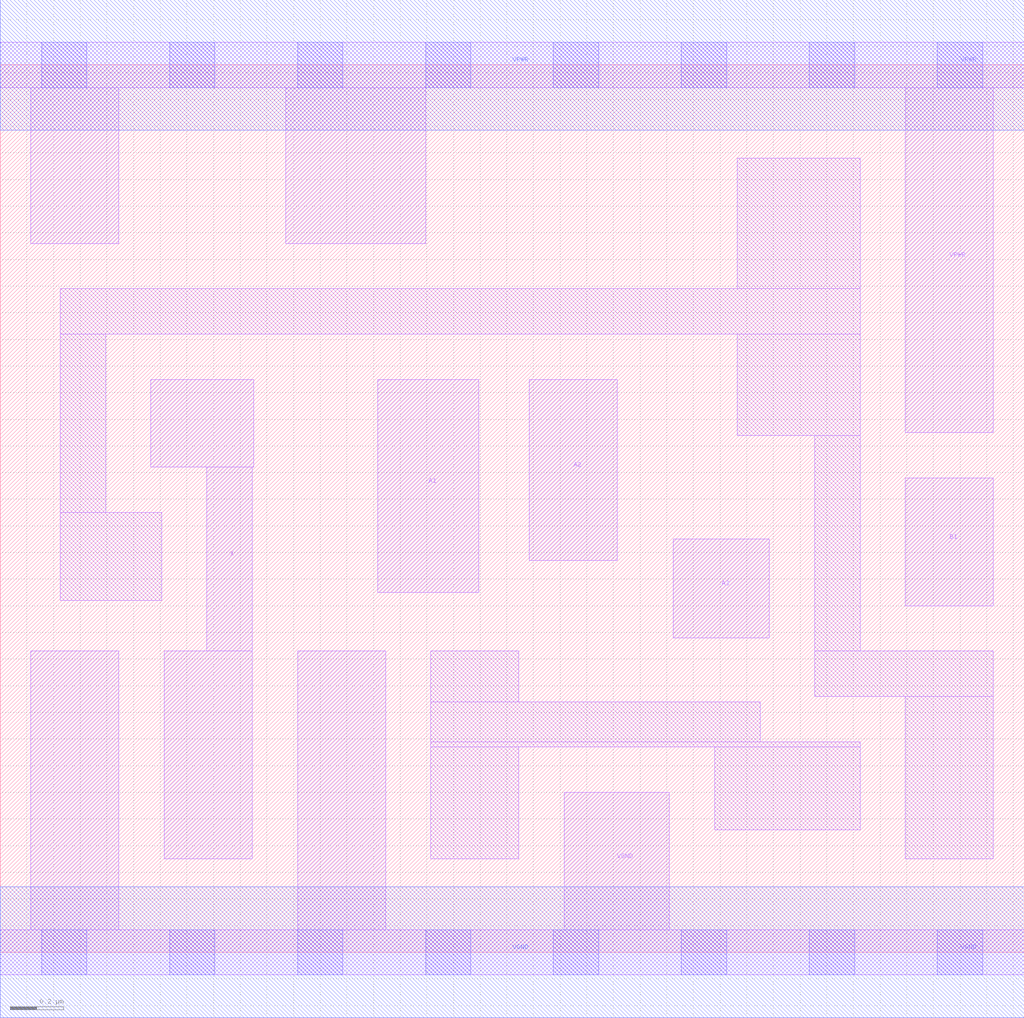
<source format=lef>
# Copyright 2020 The SkyWater PDK Authors
#
# Licensed under the Apache License, Version 2.0 (the "License");
# you may not use this file except in compliance with the License.
# You may obtain a copy of the License at
#
#     https://www.apache.org/licenses/LICENSE-2.0
#
# Unless required by applicable law or agreed to in writing, software
# distributed under the License is distributed on an "AS IS" BASIS,
# WITHOUT WARRANTIES OR CONDITIONS OF ANY KIND, either express or implied.
# See the License for the specific language governing permissions and
# limitations under the License.
#
# SPDX-License-Identifier: Apache-2.0

VERSION 5.7 ;
  NAMESCASESENSITIVE ON ;
  NOWIREEXTENSIONATPIN ON ;
  DIVIDERCHAR "/" ;
  BUSBITCHARS "[]" ;
UNITS
  DATABASE MICRONS 200 ;
END UNITS
MACRO sky130_fd_sc_ls__o31a_2
  CLASS CORE ;
  SOURCE USER ;
  FOREIGN sky130_fd_sc_ls__o31a_2 ;
  ORIGIN  0.000000  0.000000 ;
  SIZE  3.840000 BY  3.330000 ;
  SYMMETRY X Y ;
  SITE unit ;
  PIN A1
    ANTENNAGATEAREA  0.261000 ;
    DIRECTION INPUT ;
    USE SIGNAL ;
    PORT
      LAYER li1 ;
        RECT 1.415000 1.350000 1.795000 2.150000 ;
    END
  END A1
  PIN A2
    ANTENNAGATEAREA  0.261000 ;
    DIRECTION INPUT ;
    USE SIGNAL ;
    PORT
      LAYER li1 ;
        RECT 1.985000 1.470000 2.315000 2.150000 ;
    END
  END A2
  PIN A3
    ANTENNAGATEAREA  0.261000 ;
    DIRECTION INPUT ;
    USE SIGNAL ;
    PORT
      LAYER li1 ;
        RECT 2.525000 1.180000 2.885000 1.550000 ;
    END
  END A3
  PIN B1
    ANTENNAGATEAREA  0.261000 ;
    DIRECTION INPUT ;
    USE SIGNAL ;
    PORT
      LAYER li1 ;
        RECT 3.395000 1.300000 3.725000 1.780000 ;
    END
  END B1
  PIN X
    ANTENNADIFFAREA  0.604800 ;
    DIRECTION OUTPUT ;
    USE SIGNAL ;
    PORT
      LAYER li1 ;
        RECT 0.565000 1.820000 0.950000 2.150000 ;
        RECT 0.615000 0.350000 0.945000 1.130000 ;
        RECT 0.775000 1.130000 0.945000 1.820000 ;
    END
  END X
  PIN VGND
    DIRECTION INOUT ;
    SHAPE ABUTMENT ;
    USE GROUND ;
    PORT
      LAYER li1 ;
        RECT 0.000000 -0.085000 3.840000 0.085000 ;
        RECT 0.115000  0.085000 0.445000 1.130000 ;
        RECT 1.115000  0.085000 1.445000 1.130000 ;
        RECT 2.115000  0.085000 2.510000 0.600000 ;
      LAYER mcon ;
        RECT 0.155000 -0.085000 0.325000 0.085000 ;
        RECT 0.635000 -0.085000 0.805000 0.085000 ;
        RECT 1.115000 -0.085000 1.285000 0.085000 ;
        RECT 1.595000 -0.085000 1.765000 0.085000 ;
        RECT 2.075000 -0.085000 2.245000 0.085000 ;
        RECT 2.555000 -0.085000 2.725000 0.085000 ;
        RECT 3.035000 -0.085000 3.205000 0.085000 ;
        RECT 3.515000 -0.085000 3.685000 0.085000 ;
      LAYER met1 ;
        RECT 0.000000 -0.245000 3.840000 0.245000 ;
    END
  END VGND
  PIN VPWR
    DIRECTION INOUT ;
    SHAPE ABUTMENT ;
    USE POWER ;
    PORT
      LAYER li1 ;
        RECT 0.000000 3.245000 3.840000 3.415000 ;
        RECT 0.115000 2.660000 0.445000 3.245000 ;
        RECT 1.070000 2.660000 1.595000 3.245000 ;
        RECT 3.395000 1.950000 3.725000 3.245000 ;
      LAYER mcon ;
        RECT 0.155000 3.245000 0.325000 3.415000 ;
        RECT 0.635000 3.245000 0.805000 3.415000 ;
        RECT 1.115000 3.245000 1.285000 3.415000 ;
        RECT 1.595000 3.245000 1.765000 3.415000 ;
        RECT 2.075000 3.245000 2.245000 3.415000 ;
        RECT 2.555000 3.245000 2.725000 3.415000 ;
        RECT 3.035000 3.245000 3.205000 3.415000 ;
        RECT 3.515000 3.245000 3.685000 3.415000 ;
      LAYER met1 ;
        RECT 0.000000 3.085000 3.840000 3.575000 ;
    END
  END VPWR
  OBS
    LAYER li1 ;
      RECT 0.225000 1.320000 0.605000 1.650000 ;
      RECT 0.225000 1.650000 0.395000 2.320000 ;
      RECT 0.225000 2.320000 3.225000 2.490000 ;
      RECT 1.615000 0.350000 1.945000 0.770000 ;
      RECT 1.615000 0.770000 3.225000 0.790000 ;
      RECT 1.615000 0.790000 2.850000 0.940000 ;
      RECT 1.615000 0.940000 1.945000 1.130000 ;
      RECT 2.680000 0.460000 3.225000 0.770000 ;
      RECT 2.765000 1.940000 3.225000 2.320000 ;
      RECT 2.765000 2.490000 3.225000 2.980000 ;
      RECT 3.055000 0.960000 3.725000 1.130000 ;
      RECT 3.055000 1.130000 3.225000 1.940000 ;
      RECT 3.395000 0.350000 3.725000 0.960000 ;
  END
END sky130_fd_sc_ls__o31a_2

</source>
